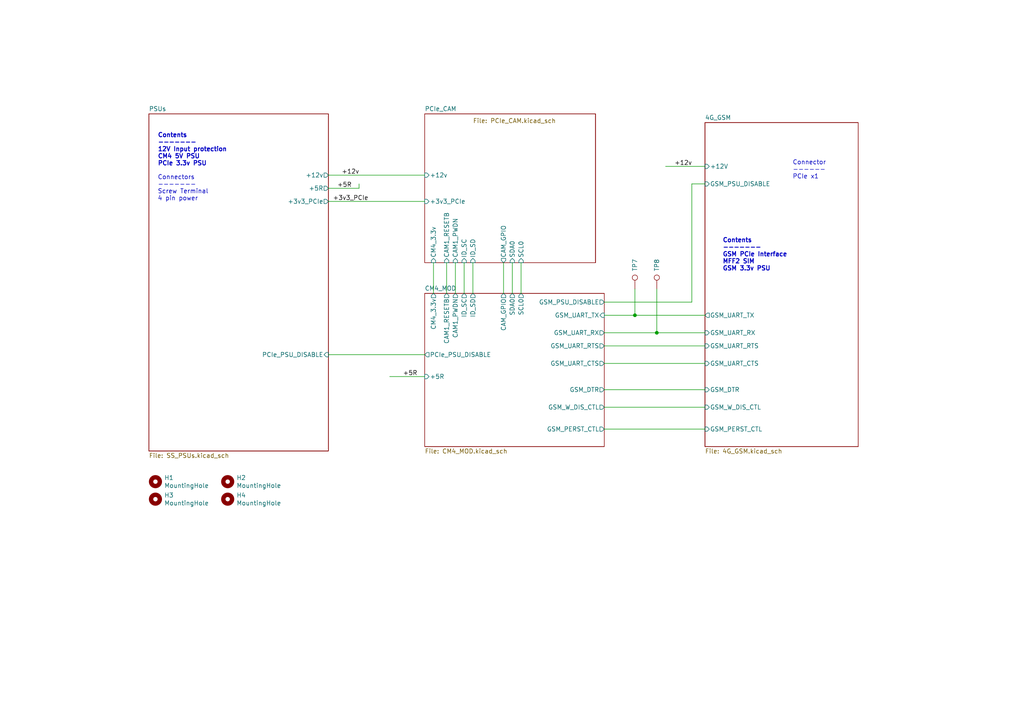
<source format=kicad_sch>
(kicad_sch (version 20211123) (generator eeschema)
  (paper "A4")
  (lib_symbols
    (symbol "Connector:TestPoint" (pin_numbers hide) (pin_names (offset 0.762) hide)
      (property "Reference" "TP" (at 0 6.858 0))
      (property "Value" "TestPoint" (at 0 5.08 0))
      (symbol "TestPoint_0_1"
        (circle (center 0 3.302) (radius 0.762))
      )
      (symbol "TestPoint_1_1"
        (pin passive line (at 0 0 90) (length 2.54) (name "1") (number "1"))
      )
    )
    (symbol "Mechanical:MountingHole"
      (property "Reference" "H" (at 0 5.08 0))
      (property "Value" "MountingHole" (at 0 3.175 0))
      (symbol "MountingHole_0_1"
        (circle (center 0 0) (radius 1.27) (stroke (width 1.27)))
      )
    )
  )
  (junction (at 190.5 96.52))
  (junction (at 184.15 91.44))
  (wire (pts (xy 190.5 96.52) (xy 204.47 96.52)))
  (wire (pts (xy 129.54 76.2) (xy 129.54 85.09)))
  (wire (pts (xy 95.25 58.42) (xy 123.19 58.42)))
  (wire (pts (xy 113.03 109.22) (xy 123.19 109.22)))
  (wire (pts (xy 175.26 91.44) (xy 184.15 91.44)))
  (wire (pts (xy 175.26 124.46) (xy 204.47 124.46)))
  (wire (pts (xy 95.25 54.61) (xy 104.14 54.61)))
  (wire (pts (xy 104.14 53.34) (xy 104.14 54.61)))
  (wire (pts (xy 200.66 87.63) (xy 200.66 53.34)))
  (wire (pts (xy 184.15 91.44) (xy 204.47 91.44)))
  (wire (pts (xy 151.13 76.2) (xy 151.13 85.09)))
  (wire (pts (xy 175.26 105.41) (xy 204.47 105.41)))
  (wire (pts (xy 95.25 102.87) (xy 123.19 102.87)))
  (wire (pts (xy 175.26 87.63) (xy 200.66 87.63)))
  (wire (pts (xy 175.26 113.03) (xy 204.47 113.03)))
  (wire (pts (xy 200.66 53.34) (xy 204.47 53.34)))
  (wire (pts (xy 95.25 50.8) (xy 123.19 50.8)))
  (wire (pts (xy 175.26 118.11) (xy 204.47 118.11)))
  (wire (pts (xy 175.26 96.52) (xy 190.5 96.52)))
  (wire (pts (xy 146.05 76.2) (xy 146.05 85.09)))
  (wire (pts (xy 193.04 48.26) (xy 204.47 48.26)))
  (wire (pts (xy 137.16 76.2) (xy 137.16 85.09)))
  (wire (pts (xy 184.15 83.82) (xy 184.15 91.44)))
  (wire (pts (xy 132.08 76.2) (xy 132.08 85.09)))
  (wire (pts (xy 134.62 76.2) (xy 134.62 85.09)))
  (wire (pts (xy 190.5 83.82) (xy 190.5 96.52)))
  (wire (pts (xy 148.59 76.2) (xy 148.59 85.09)))
  (wire (pts (xy 125.73 76.2) (xy 125.73 85.09)))
  (wire (pts (xy 175.26 100.33) (xy 204.47 100.33)))
  (text "Contents \n-------\n12V Input protection\nCM4 5V PSU \nPCIe 3.3v PSU " (at 45.72 48.26 0) (effects (font (size 1.27 1.27) (thickness 0.254) bold) (justify left bottom)))
  (text "Contents \n-------\nGSM PCIe Interface\nMFF2 SIM\nGSM 3.3v PSU " (at 209.55 78.74 0) (effects (font (size 1.27 1.27) (thickness 0.254) bold) (justify left bottom)))
  (text "Connector\n------\nPCIe x1\n" (at 229.87 52.07 0) (effects (font (size 1.27 1.27)) (justify left bottom)))
  (text "Connectors\n-------\nScrew Terminal\n4 pin power" (at 45.72 58.42 0) (effects (font (size 1.27 1.27)) (justify left bottom)))
  (label "+12v" (at 195.58 48.26 0))
  (label "+5R" (at 97.79 54.61 0))
  (label "+3v3_PCIe" (at 96.52 58.42 0))
  (label "+5R" (at 116.84 109.22 0))
  (label "+12v" (at 99.06 50.8 0))
  (symbol (lib_id "Mechanical:MountingHole") (at 66.04 139.7 0) (unit 1)
    (property "Reference" "H2" (at 68.58 138.557 0) (effects (justify left)))
    (property "Value" "MountingHole" (at 68.58 140.843 0) (effects (justify left)))
    (property "Footprint" "MountingHole:MountingHole_2.7mm_M2.5" (effects hide))
    (property "Field4" "nf" (effects hide))
    (property "Field5" "nf" (effects hide))
    (property "Field6" "nf" (effects hide))
    (property "Field7" "nf" (effects hide))
    (property "Part Description" "M2.5 mounting hole" (effects hide))
  )
  (symbol (lib_id "Connector:TestPoint") (at 184.15 83.82 0) (unit 1)
    (property "Reference" "TP7" (at 184.15 78.74 90) (effects (justify left)))
    (property "Value" "TestPoint" (effects hide))
    (property "Footprint" "TestPoint:TestPoint_Pad_D1.0mm" (effects hide))
    (property "Field4" "nf" (effects hide))
    (property "Field5" "nf" (effects hide))
    (property "Field6" "nf" (effects hide))
    (property "Field7" "nf" (effects hide))
  )
  (symbol (lib_id "Connector:TestPoint") (at 190.5 83.82 0) (unit 1)
    (property "Reference" "TP8" (at 190.5 78.74 90) (effects (justify left)))
    (property "Value" "TestPoint" (effects hide))
    (property "Footprint" "TestPoint:TestPoint_Pad_D1.0mm" (effects hide))
    (property "Field4" "nf" (effects hide))
    (property "Field5" "nf" (effects hide))
    (property "Field6" "nf" (effects hide))
    (property "Field7" "nf" (effects hide))
  )
  (symbol (lib_id "Mechanical:MountingHole") (at 45.085 139.7 0) (unit 1)
    (property "Reference" "H1" (at 47.625 138.557 0) (effects (justify left)))
    (property "Value" "MountingHole" (at 47.625 140.843 0) (effects (justify left)))
    (property "Footprint" "MountingHole:MountingHole_2.7mm_M2.5" (effects hide))
    (property "Field4" "nf" (effects hide))
    (property "Field5" "nf" (effects hide))
    (property "Field6" "nf" (effects hide))
    (property "Field7" "nf" (effects hide))
    (property "Part Description" "M2.5 mounting hole" (effects hide))
  )
  (symbol (lib_id "Mechanical:MountingHole") (at 45.085 144.78 0) (unit 1)
    (property "Reference" "H3" (at 47.625 143.637 0) (effects (justify left)))
    (property "Value" "MountingHole" (at 47.625 145.923 0) (effects (justify left)))
    (property "Footprint" "MountingHole:MountingHole_2.7mm_M2.5" (effects hide))
    (property "Field4" "nf" (effects hide))
    (property "Field5" "nf" (effects hide))
    (property "Field6" "nf" (effects hide))
    (property "Field7" "nf" (effects hide))
    (property "Part Description" "M2.5 mounting hole" (effects hide))
  )
  (symbol (lib_id "Mechanical:MountingHole") (at 66.04 144.78 0) (unit 1)
    (property "Reference" "H4" (at 68.58 143.637 0) (effects (justify left)))
    (property "Value" "MountingHole" (at 68.58 145.923 0) (effects (justify left)))
    (property "Footprint" "MountingHole:MountingHole_2.7mm_M2.5" (effects hide))
    (property "Field4" "nf" (effects hide))
    (property "Field5" "nf" (effects hide))
    (property "Field6" "nf" (effects hide))
    (property "Field7" "nf" (effects hide))
    (property "Part Description" "M2.5 mounting hole" (effects hide))
  )
  (sheet (at 123.19 33.02) (size 49.53 43.18) (stroke (width 0.1524))
    (property "Sheet name" "PCIe_CAM" (at 123.19 32.3084 0) (effects (justify left bottom)))
    (property "Sheet file" "PCIe_CAM.kicad_sch" (at 137.16 34.29 0) (effects (justify left top)))
    (pin "+3v3_PCIe" input (at 123.19 58.42 180))
    (pin "+12v" input (at 123.19 50.8 180))
    (pin "CM4_3.3v" input (at 125.73 76.2 270))
    (pin "SCL0" input (at 151.13 76.2 270))
    (pin "SDA0" input (at 148.59 76.2 270))
    (pin "CAM_GPIO" output (at 146.05 76.2 270))
    (pin "ID_SD" input (at 137.16 76.2 270))
    (pin "ID_SC" input (at 134.62 76.2 270))
    (pin "CAM1_PWDN" input (at 132.08 76.2 270))
    (pin "CAM1_RESETB" input (at 129.54 76.2 270))
  )
  (sheet (at 123.19 85.09) (size 52.07 44.45) (stroke (width 0.1524))
    (property "Sheet name" "CM4_MOD" (at 123.19 84.3784 0) (effects (justify left bottom)))
    (property "Sheet file" "CM4_MOD.kicad_sch" (at 123.19 130.1246 0) (effects (justify left top)))
    (pin "GSM_UART_RX" output (at 175.26 96.52 0))
    (pin "SCL0" output (at 151.13 85.09 90))
    (pin "SDA0" output (at 148.59 85.09 90))
    (pin "CM4_3.3v" output (at 125.73 85.09 90))
    (pin "GSM_W_DIS_CTL" output (at 175.26 118.11 0))
    (pin "GSM_UART_TX" input (at 175.26 91.44 0))
    (pin "GSM_UART_RTS" output (at 175.26 100.33 0))
    (pin "GSM_DTR" output (at 175.26 113.03 0))
    (pin "CAM_GPIO" output (at 146.05 85.09 90))
    (pin "+5R" input (at 123.19 109.22 180))
    (pin "GSM_UART_CTS" output (at 175.26 105.41 0))
    (pin "GSM_PSU_DISABLE" output (at 175.26 87.63 0))
    (pin "GSM_PERST_CTL" output (at 175.26 124.46 0))
    (pin "PCIe_PSU_DISABLE" output (at 123.19 102.87 180))
    (pin "ID_SC" output (at 134.62 85.09 90))
    (pin "CAM1_RESETB" output (at 129.54 85.09 90))
    (pin "CAM1_PWDN" output (at 132.08 85.09 90))
    (pin "ID_SD" output (at 137.16 85.09 90))
  )
  (sheet (at 204.47 35.56) (size 44.45 93.98) (stroke (width 0.1524))
    (property "Sheet name" "4G_GSM" (at 204.47 34.8484 0) (effects (justify left bottom)))
    (property "Sheet file" "4G_GSM.kicad_sch" (at 204.47 130.1246 0) (effects (justify left top)))
    (pin "+12V" input (at 204.47 48.26 180))
    (pin "GSM_PSU_DISABLE" input (at 204.47 53.34 180))
    (pin "GSM_UART_CTS" input (at 204.47 105.41 180))
    (pin "GSM_UART_RX" input (at 204.47 96.52 180))
    (pin "GSM_UART_TX" output (at 204.47 91.44 180))
    (pin "GSM_UART_RTS" input (at 204.47 100.33 180))
    (pin "GSM_DTR" input (at 204.47 113.03 180))
    (pin "GSM_W_DIS_CTL" input (at 204.47 118.11 180))
    (pin "GSM_PERST_CTL" input (at 204.47 124.46 180))
  )
  (sheet (at 43.18 33.02) (size 52.07 97.79) (stroke (width 0.1524))
    (property "Sheet name" "PSUs" (at 43.18 32.3084 0) (effects (justify left bottom)))
    (property "Sheet file" "SS_PSUs.kicad_sch" (at 43.18 131.3946 0) (effects (justify left top)))
    (pin "+5R" output (at 95.25 54.61 0))
    (pin "+12v" output (at 95.25 50.8 0))
    (pin "PCIe_PSU_DISABLE" input (at 95.25 102.87 0))
    (pin "+3v3_PCIe" output (at 95.25 58.42 0))
  )
)
</source>
